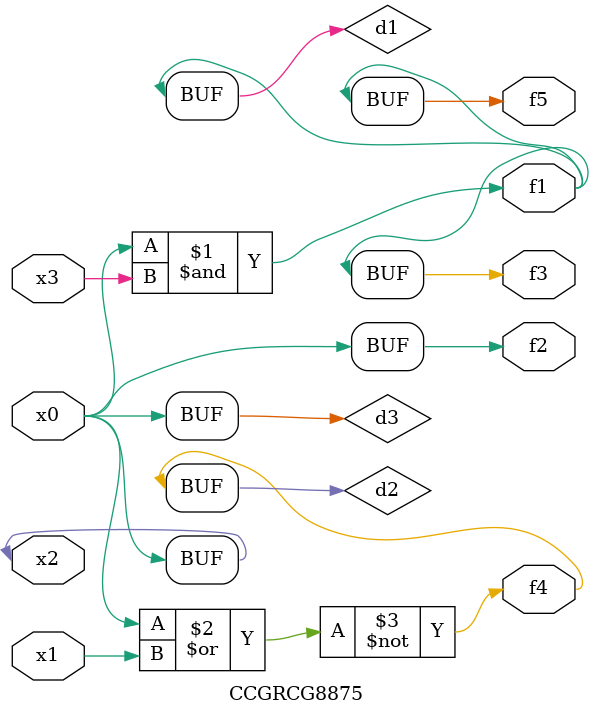
<source format=v>
module CCGRCG8875(
	input x0, x1, x2, x3,
	output f1, f2, f3, f4, f5
);

	wire d1, d2, d3;

	and (d1, x2, x3);
	nor (d2, x0, x1);
	buf (d3, x0, x2);
	assign f1 = d1;
	assign f2 = d3;
	assign f3 = d1;
	assign f4 = d2;
	assign f5 = d1;
endmodule

</source>
